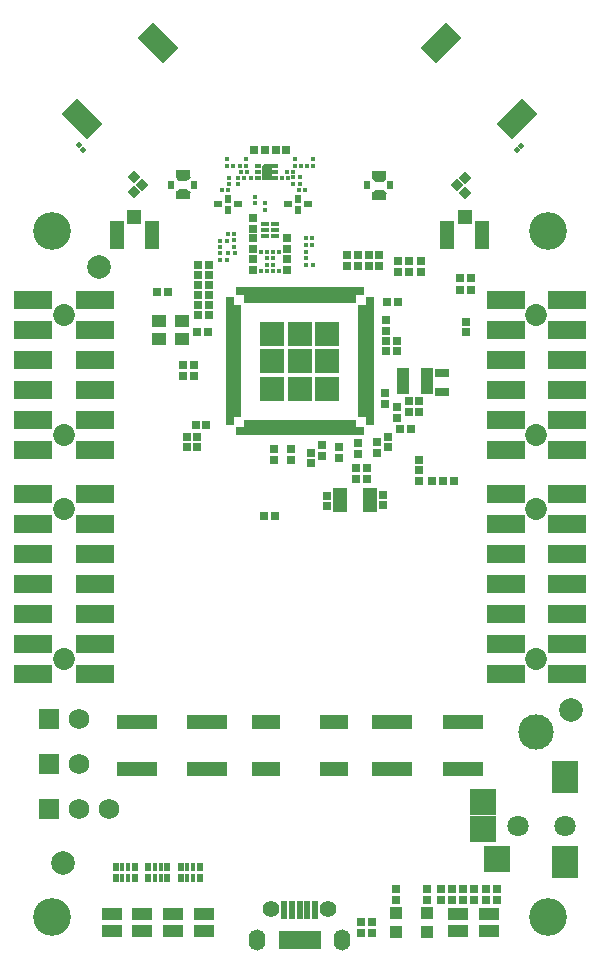
<source format=gts>
G04 Layer_Color=8388736*
%FSLAX44Y44*%
%MOMM*%
G71*
G01*
G75*
%ADD110C,0.1000*%
%ADD118R,2.0000X2.0000*%
%ADD119R,2.0000X2.0000*%
%ADD120R,2.0000X2.0000*%
%ADD121R,0.6500X9.4500*%
%ADD122R,9.4500X0.6500*%
%ADD123R,10.9000X0.6500*%
%ADD124R,0.6500X10.9000*%
%ADD125R,0.4000X0.4500*%
%ADD126R,0.7532X0.7532*%
%ADD127R,0.7532X0.7532*%
%ADD128R,0.5032X0.7032*%
%ADD129R,0.7032X0.5032*%
%ADD130R,0.6032X0.7032*%
%ADD131R,1.3032X0.6732*%
%ADD132R,3.2032X1.6032*%
%ADD133R,3.4032X1.2032*%
%ADD134R,2.4532X1.2532*%
%ADD135C,2.0000*%
%ADD136R,0.8532X1.0532*%
%ADD137R,0.6032X1.5532*%
%ADD138R,3.6032X1.5532*%
%ADD139R,0.4532X0.6532*%
%ADD140R,0.5532X0.6532*%
%ADD141R,1.0032X1.0032*%
G04:AMPARAMS|DCode=142|XSize=1.9032mm|YSize=3.0032mm|CornerRadius=0mm|HoleSize=0mm|Usage=FLASHONLY|Rotation=225.000|XOffset=0mm|YOffset=0mm|HoleType=Round|Shape=Rectangle|*
%AMROTATEDRECTD142*
4,1,4,-0.3889,1.7347,1.7347,-0.3889,0.3889,-1.7347,-1.7347,0.3889,-0.3889,1.7347,0.0*
%
%ADD142ROTATEDRECTD142*%

G04:AMPARAMS|DCode=143|XSize=1.9032mm|YSize=3.0032mm|CornerRadius=0mm|HoleSize=0mm|Usage=FLASHONLY|Rotation=315.000|XOffset=0mm|YOffset=0mm|HoleType=Round|Shape=Rectangle|*
%AMROTATEDRECTD143*
4,1,4,-1.7347,-0.3889,0.3889,1.7347,1.7347,0.3889,-0.3889,-1.7347,-1.7347,-0.3889,0.0*
%
%ADD143ROTATEDRECTD143*%

%ADD144R,0.4500X0.4000*%
%ADD145R,0.7532X0.4532*%
%ADD146R,0.5532X0.4532*%
G04:AMPARAMS|DCode=147|XSize=0.4mm|YSize=0.45mm|CornerRadius=0mm|HoleSize=0mm|Usage=FLASHONLY|Rotation=45.000|XOffset=0mm|YOffset=0mm|HoleType=Round|Shape=Rectangle|*
%AMROTATEDRECTD147*
4,1,4,0.0177,-0.3005,-0.3005,0.0177,-0.0177,0.3005,0.3005,-0.0177,0.0177,-0.3005,0.0*
%
%ADD147ROTATEDRECTD147*%

G04:AMPARAMS|DCode=148|XSize=0.4mm|YSize=0.45mm|CornerRadius=0mm|HoleSize=0mm|Usage=FLASHONLY|Rotation=135.000|XOffset=0mm|YOffset=0mm|HoleType=Round|Shape=Rectangle|*
%AMROTATEDRECTD148*
4,1,4,0.3005,0.0177,-0.0177,-0.3005,-0.3005,-0.0177,0.0177,0.3005,0.3005,0.0177,0.0*
%
%ADD148ROTATEDRECTD148*%

%ADD149R,1.2532X2.4032*%
%ADD150R,1.2032X1.2532*%
%ADD151R,1.1532X1.0532*%
%ADD152P,1.0652X4X360.0*%
%ADD153R,1.1532X0.7532*%
%ADD154R,1.2032X2.0032*%
%ADD155R,2.2032X2.7032*%
%ADD156R,2.2032X2.2032*%
%ADD157R,1.0032X2.2032*%
%ADD158R,0.4232X0.6532*%
%ADD159R,0.6532X0.4232*%
%ADD160R,0.3932X0.6532*%
%ADD161R,0.6532X0.3932*%
%ADD162C,1.7272*%
%ADD163R,1.7272X1.7272*%
%ADD164C,1.8532*%
%ADD165C,1.4032*%
G04:AMPARAMS|DCode=166|XSize=1.4032mm|YSize=1.8032mm|CornerRadius=0.7016mm|HoleSize=0mm|Usage=FLASHONLY|Rotation=180.000|XOffset=0mm|YOffset=0mm|HoleType=Round|Shape=RoundedRectangle|*
%AMROUNDEDRECTD166*
21,1,1.4032,0.4000,0,0,180.0*
21,1,0.0000,1.8032,0,0,180.0*
1,1,1.4032,0.0000,0.2000*
1,1,1.4032,0.0000,0.2000*
1,1,1.4032,0.0000,-0.2000*
1,1,1.4032,0.0000,-0.2000*
%
%ADD166ROUNDEDRECTD166*%
%ADD167C,3.2032*%
%ADD168C,3.0032*%
%ADD169C,1.8032*%
G36*
X223750Y677000D02*
X226250D01*
Y664000D01*
X223750D01*
Y663500D01*
X220750D01*
Y664000D01*
X218250D01*
Y675250D01*
X220000Y677000D01*
X220750Y677000D01*
Y677500D01*
X223750D01*
Y677000D01*
D02*
G37*
D110*
X313000Y663750D02*
X321000D01*
X312000Y664500D02*
X322000D01*
X320250Y662750D02*
X323000Y665500D01*
X313750Y662750D02*
X320250D01*
X311000Y665500D02*
X313250Y663250D01*
X313750Y662750D01*
X320250Y655400D02*
X320750Y654900D01*
X323000Y652650D01*
X313750Y655400D02*
X320250D01*
X311000Y652650D02*
X313750Y655400D01*
X312000Y653650D02*
X322000D01*
X313000Y654400D02*
X321000D01*
X147000Y655000D02*
X155000D01*
X146000Y654250D02*
X156000D01*
X145000Y653250D02*
X147750Y656000D01*
X154250D01*
X154750Y655500D02*
X157000Y653250D01*
X154250Y656000D02*
X154750Y655500D01*
X147250Y663850D02*
X147750Y663350D01*
X145000Y666100D02*
X147250Y663850D01*
X147750Y663350D02*
X154250D01*
X157000Y666100D01*
X146000Y665100D02*
X156000D01*
X147000Y664350D02*
X155000D01*
D118*
X226500Y510000D02*
D03*
X273500Y486500D02*
D03*
Y510000D02*
D03*
Y533500D02*
D03*
X226500D02*
D03*
X250000Y510000D02*
D03*
Y533500D02*
D03*
D119*
X226500Y486500D02*
D03*
D120*
X250000D02*
D03*
D121*
X303000Y510000D02*
D03*
X197000Y510000D02*
D03*
D122*
X250000Y457000D02*
D03*
X250000Y563000D02*
D03*
D123*
X250000Y569250D02*
D03*
Y450750D02*
D03*
D124*
X190750Y510000D02*
D03*
X309250D02*
D03*
D125*
X260750Y614250D02*
D03*
X255250D02*
D03*
X232750Y586750D02*
D03*
X227250D02*
D03*
X222750D02*
D03*
X217250D02*
D03*
X222500Y602750D02*
D03*
X217000D02*
D03*
X233000D02*
D03*
X227500D02*
D03*
X189500Y601750D02*
D03*
X195000D02*
D03*
X188250Y596250D02*
D03*
X182750D02*
D03*
X188250Y612250D02*
D03*
X182750D02*
D03*
X261000Y592000D02*
D03*
X255500D02*
D03*
X260750Y608500D02*
D03*
X255250D02*
D03*
X254750Y655000D02*
D03*
X249250D02*
D03*
X184250D02*
D03*
X189750D02*
D03*
X251000Y675500D02*
D03*
X256500D02*
D03*
X199501D02*
D03*
X194000D02*
D03*
X189250Y617750D02*
D03*
X194750D02*
D03*
X205500Y670500D02*
D03*
X200000D02*
D03*
X203250Y665500D02*
D03*
X208750D02*
D03*
X240250D02*
D03*
X234750D02*
D03*
X239000Y670500D02*
D03*
X244500D02*
D03*
D126*
X154500Y446000D02*
D03*
X163500D02*
D03*
X154500Y437250D02*
D03*
X163500D02*
D03*
X362500Y408750D02*
D03*
X371500Y408750D02*
D03*
X380500D02*
D03*
X129250Y568500D02*
D03*
X138250D02*
D03*
X164000Y574750D02*
D03*
X173000D02*
D03*
X171000Y455750D02*
D03*
X162000D02*
D03*
X395250Y570750D02*
D03*
X386250D02*
D03*
X386250Y580250D02*
D03*
X395250D02*
D03*
X163500Y535250D02*
D03*
X172500D02*
D03*
X151500Y497750D02*
D03*
X160500D02*
D03*
X151500Y506750D02*
D03*
X160500D02*
D03*
X164000Y583250D02*
D03*
X173000D02*
D03*
X164000Y566250D02*
D03*
X173000D02*
D03*
X164000Y549250D02*
D03*
X173000D02*
D03*
X323500Y527500D02*
D03*
X332500D02*
D03*
X323500Y518750D02*
D03*
X332500D02*
D03*
X324250Y560000D02*
D03*
X333250D02*
D03*
X335250Y453000D02*
D03*
X344250D02*
D03*
X229000Y379500D02*
D03*
X220000D02*
D03*
X173000Y591750D02*
D03*
X164000D02*
D03*
X173000Y557750D02*
D03*
X164000D02*
D03*
X220500Y688750D02*
D03*
X211500D02*
D03*
X229750D02*
D03*
X238750D02*
D03*
D127*
X299750Y431500D02*
D03*
Y440500D02*
D03*
X350750Y408750D02*
D03*
X350750Y417750D02*
D03*
Y426750D02*
D03*
X315750Y432500D02*
D03*
Y441500D02*
D03*
X283250Y437500D02*
D03*
Y428500D02*
D03*
X260000Y432750D02*
D03*
Y423750D02*
D03*
X307500Y419500D02*
D03*
Y410500D02*
D03*
X325250Y446250D02*
D03*
Y437250D02*
D03*
X320500Y388250D02*
D03*
Y397250D02*
D03*
X228750Y435750D02*
D03*
Y426750D02*
D03*
X242500Y435750D02*
D03*
Y426750D02*
D03*
X273000Y396250D02*
D03*
Y387250D02*
D03*
X352500Y585750D02*
D03*
Y594750D02*
D03*
X333000Y585750D02*
D03*
Y594750D02*
D03*
X311250Y35250D02*
D03*
Y26250D02*
D03*
X301750Y35250D02*
D03*
Y26250D02*
D03*
X332000Y63250D02*
D03*
Y54250D02*
D03*
X358000Y63250D02*
D03*
Y54250D02*
D03*
X369500Y63250D02*
D03*
Y54250D02*
D03*
X379000D02*
D03*
Y63250D02*
D03*
X388500Y54250D02*
D03*
Y63250D02*
D03*
X398000Y63250D02*
D03*
Y54250D02*
D03*
X407500Y54250D02*
D03*
Y63250D02*
D03*
X417000Y54250D02*
D03*
Y63250D02*
D03*
X210250Y596500D02*
D03*
Y587500D02*
D03*
X239750Y596500D02*
D03*
Y587500D02*
D03*
X210250Y631000D02*
D03*
Y622000D02*
D03*
X239750Y605500D02*
D03*
Y614500D02*
D03*
X332750Y471250D02*
D03*
Y462250D02*
D03*
X323500Y545000D02*
D03*
Y536000D02*
D03*
X351500Y467500D02*
D03*
Y476500D02*
D03*
X297750Y419500D02*
D03*
Y410500D02*
D03*
X268750Y439000D02*
D03*
Y430000D02*
D03*
X290500Y591000D02*
D03*
Y600000D02*
D03*
X299500Y591000D02*
D03*
Y600000D02*
D03*
X308500Y591000D02*
D03*
Y600000D02*
D03*
X317500Y591000D02*
D03*
Y600000D02*
D03*
X210250Y614500D02*
D03*
Y605500D02*
D03*
X342250Y467500D02*
D03*
Y476500D02*
D03*
X322000Y474000D02*
D03*
Y483000D02*
D03*
X342750Y585750D02*
D03*
Y594750D02*
D03*
X391000Y534500D02*
D03*
Y543500D02*
D03*
D128*
X189750Y647500D02*
D03*
Y638500D02*
D03*
X248500Y647500D02*
D03*
Y638500D02*
D03*
D129*
X181250Y643000D02*
D03*
X198250D02*
D03*
X240000Y643000D02*
D03*
X257000D02*
D03*
D130*
X307500Y659000D02*
D03*
X326500D02*
D03*
X160500Y659750D02*
D03*
X141500D02*
D03*
D131*
X317000Y668000D02*
D03*
Y650000D02*
D03*
X151000Y650750D02*
D03*
Y668750D02*
D03*
D132*
X76570Y435390D02*
D03*
Y460790D02*
D03*
Y486190D02*
D03*
Y511590D02*
D03*
Y536990D02*
D03*
Y562390D02*
D03*
X24570D02*
D03*
Y536990D02*
D03*
Y511590D02*
D03*
Y486190D02*
D03*
Y460790D02*
D03*
Y435390D02*
D03*
X476570D02*
D03*
Y460790D02*
D03*
Y486190D02*
D03*
Y511590D02*
D03*
Y536990D02*
D03*
Y562390D02*
D03*
X424570D02*
D03*
Y536990D02*
D03*
Y511590D02*
D03*
Y486190D02*
D03*
Y460790D02*
D03*
Y435390D02*
D03*
X76500Y244940D02*
D03*
Y270340D02*
D03*
Y295740D02*
D03*
Y321140D02*
D03*
Y346540D02*
D03*
Y371940D02*
D03*
Y397340D02*
D03*
X24500D02*
D03*
Y371940D02*
D03*
Y346540D02*
D03*
Y321140D02*
D03*
Y295740D02*
D03*
Y270340D02*
D03*
Y244940D02*
D03*
X476500D02*
D03*
Y270340D02*
D03*
Y295740D02*
D03*
Y321140D02*
D03*
Y346540D02*
D03*
Y371940D02*
D03*
Y397340D02*
D03*
X424500D02*
D03*
Y371940D02*
D03*
Y346540D02*
D03*
Y321140D02*
D03*
Y295740D02*
D03*
Y270340D02*
D03*
Y244940D02*
D03*
D133*
X328000Y205000D02*
D03*
Y165000D02*
D03*
X388000D02*
D03*
Y205000D02*
D03*
X112000D02*
D03*
Y165000D02*
D03*
X172000D02*
D03*
Y205000D02*
D03*
D134*
X278750Y204750D02*
D03*
Y165250D02*
D03*
X221250D02*
D03*
Y204750D02*
D03*
D135*
X80000Y590000D02*
D03*
X480000Y215000D02*
D03*
X50000Y85000D02*
D03*
D136*
X164750Y27750D02*
D03*
Y42250D02*
D03*
X173250Y27750D02*
D03*
Y42250D02*
D03*
X138750Y27750D02*
D03*
Y42250D02*
D03*
X147250Y27750D02*
D03*
Y42250D02*
D03*
X112750Y27750D02*
D03*
Y42250D02*
D03*
X121250Y27750D02*
D03*
Y42250D02*
D03*
X414250D02*
D03*
Y27750D02*
D03*
X405750D02*
D03*
Y42250D02*
D03*
X388250D02*
D03*
Y27750D02*
D03*
X379750D02*
D03*
Y42250D02*
D03*
X86750Y27750D02*
D03*
Y42250D02*
D03*
X95250Y27750D02*
D03*
Y42250D02*
D03*
D137*
X250000Y45750D02*
D03*
X243500D02*
D03*
X237000D02*
D03*
X256500D02*
D03*
X263000D02*
D03*
D138*
X250000Y20000D02*
D03*
D139*
X105000Y82250D02*
D03*
Y72750D02*
D03*
X100000D02*
D03*
Y82250D02*
D03*
X160000Y82250D02*
D03*
Y72750D02*
D03*
X155000D02*
D03*
Y82250D02*
D03*
X132500D02*
D03*
Y72750D02*
D03*
X127500D02*
D03*
Y82250D02*
D03*
D140*
X110500Y82250D02*
D03*
Y72750D02*
D03*
X94500Y82250D02*
D03*
Y72750D02*
D03*
X165500Y82250D02*
D03*
Y72750D02*
D03*
X149500Y82250D02*
D03*
Y72750D02*
D03*
X138000Y82250D02*
D03*
Y72750D02*
D03*
X122000Y82250D02*
D03*
Y72750D02*
D03*
D141*
X358000Y43250D02*
D03*
Y26750D02*
D03*
X332000Y43250D02*
D03*
Y26750D02*
D03*
D142*
X66077Y715077D02*
D03*
X130423Y779424D02*
D03*
D143*
X434173Y715077D02*
D03*
X369827Y779424D02*
D03*
D144*
X227500Y597500D02*
D03*
Y592000D02*
D03*
X222500Y597500D02*
D03*
Y592000D02*
D03*
X220750Y638250D02*
D03*
Y643750D02*
D03*
X212500Y649250D02*
D03*
Y643750D02*
D03*
X182750Y601500D02*
D03*
Y607000D02*
D03*
X194500D02*
D03*
Y612500D02*
D03*
X255500Y597500D02*
D03*
Y603000D02*
D03*
X250000Y665750D02*
D03*
Y660250D02*
D03*
X244750Y660250D02*
D03*
Y665750D02*
D03*
X190000Y665500D02*
D03*
Y660000D02*
D03*
X246000Y681000D02*
D03*
Y675500D02*
D03*
X261750Y681000D02*
D03*
Y675500D02*
D03*
X188750Y681000D02*
D03*
Y675500D02*
D03*
X204750Y681000D02*
D03*
Y675500D02*
D03*
X197500Y660000D02*
D03*
X197500Y665500D02*
D03*
D145*
X229250Y616001D02*
D03*
X220750D02*
D03*
X229250Y626001D02*
D03*
Y621000D02*
D03*
X220750D02*
D03*
Y626001D02*
D03*
D146*
X215000Y665500D02*
D03*
Y675500D02*
D03*
Y670500D02*
D03*
X229500Y665500D02*
D03*
Y670500D02*
D03*
Y675500D02*
D03*
D147*
X433806Y688806D02*
D03*
X437694Y692695D02*
D03*
D148*
X66945Y689305D02*
D03*
X63056Y693195D02*
D03*
D149*
X95250Y617000D02*
D03*
X124750D02*
D03*
X375250Y617000D02*
D03*
X404750D02*
D03*
D150*
X110000Y632250D02*
D03*
X390000Y632250D02*
D03*
D151*
X131250Y529000D02*
D03*
Y544500D02*
D03*
X150750Y529000D02*
D03*
Y544500D02*
D03*
D152*
X110068Y653318D02*
D03*
X116432Y659682D02*
D03*
X110068Y666046D02*
D03*
X389932Y665432D02*
D03*
X383568Y659068D02*
D03*
X389932Y652704D02*
D03*
D153*
X371000Y500250D02*
D03*
Y484250D02*
D03*
D154*
X309250Y392750D02*
D03*
X284250D02*
D03*
D155*
X475000Y158500D02*
D03*
Y86500D02*
D03*
D156*
X405000Y137000D02*
D03*
Y114000D02*
D03*
X417000Y89000D02*
D03*
D157*
X338000Y493500D02*
D03*
X358000D02*
D03*
D158*
X205000Y563000D02*
D03*
X210000D02*
D03*
X215000D02*
D03*
X220000D02*
D03*
X225000D02*
D03*
X230000D02*
D03*
X235000D02*
D03*
X240000D02*
D03*
X245000D02*
D03*
X250000D02*
D03*
X255000D02*
D03*
X260000D02*
D03*
X265000D02*
D03*
X270000D02*
D03*
X275000D02*
D03*
X280000D02*
D03*
X285000D02*
D03*
X290000D02*
D03*
X295000D02*
D03*
Y457000D02*
D03*
X290000D02*
D03*
X285000D02*
D03*
X280000D02*
D03*
X275000D02*
D03*
X270000D02*
D03*
X265000D02*
D03*
X260000D02*
D03*
X255000D02*
D03*
X250000D02*
D03*
X245000D02*
D03*
X240000D02*
D03*
X235000D02*
D03*
X230000D02*
D03*
X225000D02*
D03*
X220000D02*
D03*
X215000D02*
D03*
X210000D02*
D03*
X205000D02*
D03*
D159*
X303000Y555000D02*
D03*
Y550000D02*
D03*
Y545000D02*
D03*
Y540000D02*
D03*
Y535000D02*
D03*
Y530000D02*
D03*
Y525000D02*
D03*
Y520000D02*
D03*
Y515000D02*
D03*
Y510000D02*
D03*
Y505000D02*
D03*
Y500000D02*
D03*
Y495000D02*
D03*
Y490000D02*
D03*
Y485000D02*
D03*
Y480000D02*
D03*
Y475000D02*
D03*
Y470000D02*
D03*
Y465000D02*
D03*
X197000D02*
D03*
Y470000D02*
D03*
Y475000D02*
D03*
Y480000D02*
D03*
Y485000D02*
D03*
Y490000D02*
D03*
Y495000D02*
D03*
Y500000D02*
D03*
Y505000D02*
D03*
Y510000D02*
D03*
Y515000D02*
D03*
Y520000D02*
D03*
Y525000D02*
D03*
Y530000D02*
D03*
Y535000D02*
D03*
Y540000D02*
D03*
Y545000D02*
D03*
Y550000D02*
D03*
Y555000D02*
D03*
D160*
X197500Y569250D02*
D03*
X202500D02*
D03*
X207500D02*
D03*
X212500D02*
D03*
X217500D02*
D03*
X222500D02*
D03*
X227500D02*
D03*
X232500D02*
D03*
X237500D02*
D03*
X242500D02*
D03*
X247500D02*
D03*
X252500D02*
D03*
X257500D02*
D03*
X262500D02*
D03*
X267500D02*
D03*
X272500D02*
D03*
X277500D02*
D03*
X282500D02*
D03*
X287500D02*
D03*
X292500D02*
D03*
X297500D02*
D03*
X302500D02*
D03*
Y450750D02*
D03*
X297500D02*
D03*
X292500D02*
D03*
X287500D02*
D03*
X282500D02*
D03*
X277500D02*
D03*
X272500D02*
D03*
X267500D02*
D03*
X262500D02*
D03*
X257500D02*
D03*
X252500D02*
D03*
X247500D02*
D03*
X242500D02*
D03*
X237500D02*
D03*
X232500D02*
D03*
X227500D02*
D03*
X222500D02*
D03*
X217500D02*
D03*
X212500D02*
D03*
X207500D02*
D03*
X202500D02*
D03*
X197500D02*
D03*
D161*
X309250Y562500D02*
D03*
Y557500D02*
D03*
Y552500D02*
D03*
Y547500D02*
D03*
Y542500D02*
D03*
Y537500D02*
D03*
Y532500D02*
D03*
Y527500D02*
D03*
Y522500D02*
D03*
Y517500D02*
D03*
Y512500D02*
D03*
Y507500D02*
D03*
Y502500D02*
D03*
Y497500D02*
D03*
Y492500D02*
D03*
Y487500D02*
D03*
Y482500D02*
D03*
Y477500D02*
D03*
Y472500D02*
D03*
Y467500D02*
D03*
Y462500D02*
D03*
Y457500D02*
D03*
X190750D02*
D03*
Y462500D02*
D03*
Y467500D02*
D03*
Y472500D02*
D03*
Y477500D02*
D03*
Y482500D02*
D03*
Y487500D02*
D03*
Y492500D02*
D03*
Y497500D02*
D03*
Y502500D02*
D03*
Y507500D02*
D03*
Y512500D02*
D03*
Y517500D02*
D03*
Y522500D02*
D03*
Y527500D02*
D03*
Y532500D02*
D03*
Y537500D02*
D03*
Y542500D02*
D03*
Y547500D02*
D03*
Y552500D02*
D03*
Y557500D02*
D03*
Y562500D02*
D03*
D162*
X63208Y168944D02*
D03*
X88608Y130844D02*
D03*
X63208D02*
D03*
Y207044D02*
D03*
D163*
X37808Y168944D02*
D03*
X37808Y130844D02*
D03*
Y207044D02*
D03*
D164*
X50570Y448090D02*
D03*
Y549690D02*
D03*
X450570Y448090D02*
D03*
Y549690D02*
D03*
X50500Y257640D02*
D03*
Y384640D02*
D03*
X450500Y257640D02*
D03*
Y384640D02*
D03*
D165*
X274250Y46500D02*
D03*
X225750D02*
D03*
D166*
X213750Y20000D02*
D03*
X286250D02*
D03*
D167*
X40000Y40000D02*
D03*
X460000D02*
D03*
X40000Y620000D02*
D03*
X460000D02*
D03*
D168*
X450000Y196250D02*
D03*
D169*
X435000Y117000D02*
D03*
X475000D02*
D03*
M02*

</source>
